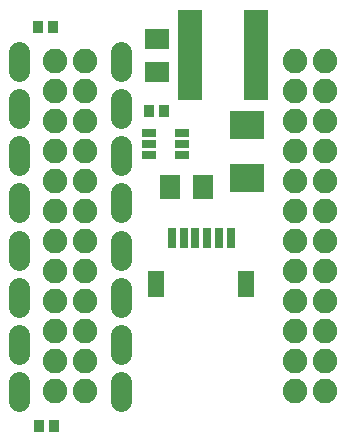
<source format=gts>
G75*
%MOIN*%
%OFA0B0*%
%FSLAX25Y25*%
%IPPOS*%
%LPD*%
%AMOC8*
5,1,8,0,0,1.08239X$1,22.5*
%
%ADD10R,0.07099X0.07887*%
%ADD11R,0.07887X0.07099*%
%ADD12C,0.07137*%
%ADD13C,0.08200*%
%ADD14R,0.03162X0.06902*%
%ADD15R,0.05524X0.08674*%
%ADD16R,0.03556X0.04343*%
%ADD17R,0.05131X0.03162*%
%ADD18R,0.07887X0.30328*%
%ADD19R,0.11599X0.09300*%
D10*
X0295488Y0301500D03*
X0306512Y0301500D03*
D11*
X0291000Y0339988D03*
X0291000Y0351012D03*
D12*
X0278929Y0346787D02*
X0278929Y0340450D01*
X0278929Y0331039D02*
X0278929Y0324702D01*
X0278929Y0315291D02*
X0278929Y0308954D01*
X0278929Y0299543D02*
X0278929Y0293206D01*
X0278929Y0283794D02*
X0278929Y0277457D01*
X0278929Y0268046D02*
X0278929Y0261709D01*
X0278929Y0252298D02*
X0278929Y0245961D01*
X0278929Y0236550D02*
X0278929Y0230213D01*
X0245071Y0230213D02*
X0245071Y0236550D01*
X0245071Y0245961D02*
X0245071Y0252298D01*
X0245071Y0261709D02*
X0245071Y0268046D01*
X0245071Y0277457D02*
X0245071Y0283794D01*
X0245071Y0293206D02*
X0245071Y0299543D01*
X0245071Y0308954D02*
X0245071Y0315291D01*
X0245071Y0324702D02*
X0245071Y0331039D01*
X0245071Y0340450D02*
X0245071Y0346787D01*
D13*
X0257000Y0343500D03*
X0267000Y0343500D03*
X0267000Y0333500D03*
X0267000Y0323500D03*
X0267000Y0313500D03*
X0257000Y0313500D03*
X0257000Y0323500D03*
X0257000Y0333500D03*
X0257000Y0303500D03*
X0257000Y0293500D03*
X0267000Y0293500D03*
X0267000Y0303500D03*
X0267000Y0283500D03*
X0267000Y0273500D03*
X0257000Y0273500D03*
X0257000Y0283500D03*
X0257000Y0263500D03*
X0257000Y0253500D03*
X0257000Y0243500D03*
X0267000Y0243500D03*
X0267000Y0253500D03*
X0267000Y0263500D03*
X0267000Y0233500D03*
X0257000Y0233500D03*
X0337000Y0233500D03*
X0347000Y0233500D03*
X0347000Y0243500D03*
X0347000Y0253500D03*
X0347000Y0263500D03*
X0337000Y0263500D03*
X0337000Y0253500D03*
X0337000Y0243500D03*
X0337000Y0273500D03*
X0337000Y0283500D03*
X0347000Y0283500D03*
X0347000Y0273500D03*
X0347000Y0293500D03*
X0347000Y0303500D03*
X0337000Y0303500D03*
X0337000Y0293500D03*
X0337000Y0313500D03*
X0337000Y0323500D03*
X0337000Y0333500D03*
X0347000Y0333500D03*
X0347000Y0323500D03*
X0347000Y0313500D03*
X0347000Y0343500D03*
X0337000Y0343500D03*
D14*
X0315685Y0284500D03*
X0311748Y0284500D03*
X0307811Y0284500D03*
X0303874Y0284500D03*
X0299937Y0284500D03*
X0296000Y0284500D03*
D15*
X0290882Y0269441D03*
X0320803Y0269441D03*
D16*
X0251691Y0222000D03*
X0256809Y0222000D03*
X0288441Y0327000D03*
X0293559Y0327000D03*
X0256559Y0355000D03*
X0251441Y0355000D03*
D17*
X0288488Y0319740D03*
X0288488Y0316000D03*
X0288488Y0312260D03*
X0299512Y0312260D03*
X0299512Y0316000D03*
X0299512Y0319740D03*
D18*
X0301976Y0345500D03*
X0324024Y0345500D03*
D19*
X0321000Y0322201D03*
X0321000Y0304799D03*
M02*

</source>
